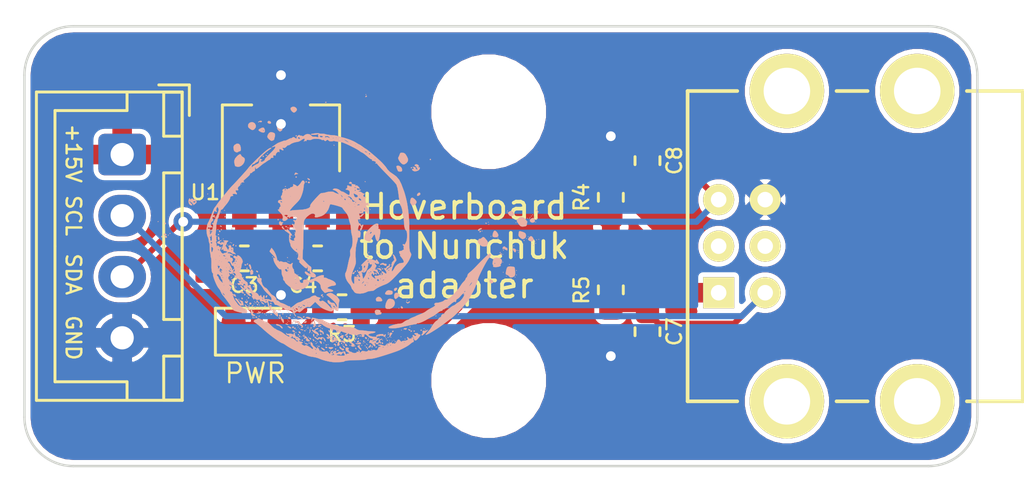
<source format=kicad_pcb>
(kicad_pcb (version 20171130) (host pcbnew "(6.0.0-rc1-dev-1-g01c5bdfb8)")
  (layers (0 F.Cu signal) (31 B.Cu signal) (34 B.Paste user) (35 F.Paste user) (36 B.SilkS user) (37 F.SilkS user) (38 B.Mask user) (39 F.Mask user) (44 Edge.Cuts user))
  (net 0 "")
  (net 1 VCC)
  (net 2 "Net-(P1-Pad3)")
  (net 3 "Net-(P1-Pad4)")
  (net 4 SDA)
  (net 5 GND)
  (net 6 SCL)
  (net 7 "Net-(D3-Pad2)")
  (net 8 VDD)
  (module MountingHole:MountingHole_4.3mm_M4 (layer F.Cu) (at 115 105.5)
    (fp_text reference H2 hide)
    (fp_text value MountingHole)
    (pad 1 np_thru_hole circle (at 0 0) (size 4.3 4.3) (drill 4.3) (layers *.Cu *.Mask))
  )
  (module MountingHole:MountingHole_4.3mm_M4 (layer F.Cu) (at 115 94.5)
    (fp_text reference H1 hide)
    (fp_text value MountingHole)
    (pad 1 np_thru_hole circle (at 0 0) (size 4.3 4.3) (drill 4.3) (layers *.Cu *.Mask))
  )
  (module Connector_JST:JST_XH_B04B-XH-A_1x04_P2.50mm_Vertical (layer F.Cu) (at 100 96.25 270)
    (fp_text reference J2 hide)
    (fp_text value Conn_01x04)
    (pad 1 thru_hole roundrect (at 0 0 270) (size 1.7 1.95) (drill 0.95) (layers *.Cu *.Mask) (roundrect_rratio 0.147059) (net 8 VDD))
    (pad 2 thru_hole oval (at 2.5 0 270) (size 1.7 1.95) (drill 0.95) (layers *.Cu *.Mask) (net 6 SCL))
    (pad 3 thru_hole oval (at 5 0 270) (size 1.7 1.95) (drill 0.95) (layers *.Cu *.Mask) (net 4 SDA))
    (pad 4 thru_hole oval (at 7.5 0 270) (size 1.7 1.95) (drill 0.95) (layers *.Cu *.Mask) (net 5 GND))
  )
  (module Package_TO_SOT_SMD:SOT-89-3_Handsoldering (layer F.Cu) (at 106.5 96 90)
    (fp_text reference U1 (at -1.8 -3.1 180) (layer F.SilkS) (effects (font (size 0.6 0.6) (thickness 0.1))))
    (fp_text value L7805SOT89)
    (pad 1 smd rect (at -1.98 -1.5) (size 1 2.5) (layers F.Cu F.Paste F.Mask) (net 8 VDD))
    (pad 2 smd rect (at -1.98 0) (size 1 2.5) (layers F.Cu F.Paste F.Mask) (net 5 GND))
    (pad 3 smd rect (at -1.98 1.5) (size 1 2.5) (layers F.Cu F.Paste F.Mask) (net 1 VCC))
    (pad 2 smd rect (at 1.98 0) (size 2 4) (layers F.Cu F.Paste F.Mask) (net 5 GND))
    (pad 2 smd trapezoid (at -0.37 0 180) (size 1.5 0.75) (rect_delta 0 0.5) (layers F.Cu F.Paste F.Mask) (net 5 GND))
  )
  (module Capacitor_SMD:C_0603_1608Metric (layer F.Cu) (at 121.5 96.5 90)
    (fp_text reference C8 (at 0 1.1 90) (layer F.SilkS) (effects (font (size 0.6 0.6) (thickness 0.1))))
    (fp_text value 10p)
    (pad 2 smd roundrect (at 0.7875 0 90) (size 0.875 0.95) (layers F.Cu F.Paste F.Mask) (net 5 GND))
    (pad 1 smd roundrect (at -0.7875 0 90) (size 0.875 0.95) (layers F.Cu F.Paste F.Mask) (net 4 SDA))
  )
  (module Capacitor_SMD:C_0603_1608Metric (layer F.Cu) (at 121.5 103.5 90)
    (fp_text reference C7 (at 0 1.1 90) (layer F.SilkS) (effects (font (size 0.6 0.6) (thickness 0.1))))
    (fp_text value 10p)
    (pad 1 smd roundrect (at -0.7875 0 90) (size 0.875 0.95) (layers F.Cu F.Paste F.Mask) (net 5 GND))
    (pad 2 smd roundrect (at 0.7875 0 90) (size 0.875 0.95) (layers F.Cu F.Paste F.Mask) (net 6 SCL))
  )
  (module Capacitor_SMD:C_0603_1608Metric (layer F.Cu) (at 108 100.5 180)
    (fp_text reference C4 (at 0.6 -1.1 180) (layer F.SilkS) (effects (font (size 0.6 0.6) (thickness 0.1))))
    (fp_text value 1uF)
    (pad 2 smd roundrect (at 0.7875 0 180) (size 0.875 0.95) (layers F.Cu F.Paste F.Mask) (net 5 GND))
    (pad 1 smd roundrect (at -0.7875 0 180) (size 0.875 0.95) (layers F.Cu F.Paste F.Mask) (net 1 VCC))
  )
  (module Capacitor_SMD:C_0603_1608Metric (layer F.Cu) (at 105 100.5)
    (fp_text reference C3 (at 0 1.1) (layer F.SilkS) (effects (font (size 0.6 0.6) (thickness 0.1))))
    (fp_text value 1uF)
    (pad 1 smd roundrect (at -0.7875 0) (size 0.875 0.95) (layers F.Cu F.Paste F.Mask) (net 8 VDD))
    (pad 2 smd roundrect (at 0.7875 0) (size 0.875 0.95) (layers F.Cu F.Paste F.Mask) (net 5 GND))
  )
  (module LED_SMD:LED_0805_2012Metric (layer F.Cu) (at 105.5 103.5)
    (fp_text reference D3 hide)
    (fp_text value LED)
    (pad 1 smd roundrect (at -0.9375 0) (size 0.975 1.4) (layers F.Cu F.Paste F.Mask) (net 5 GND))
    (pad 2 smd roundrect (at 0.9375 0) (size 0.975 1.4) (layers F.Cu F.Paste F.Mask) (net 7 "Net-(D3-Pad2)"))
  )
  (module Resistor_SMD:R_0603_1608Metric (layer F.Cu) (at 120 101.787501 270)
    (fp_text reference R5 (at 0.012499 1.2 270) (layer F.SilkS) (effects (font (size 0.6 0.6) (thickness 0.1))))
    (fp_text value 3k3)
    (pad 1 smd roundrect (at -0.7875 0 270) (size 0.875 0.95) (layers F.Cu F.Paste F.Mask) (net 1 VCC))
    (pad 2 smd roundrect (at 0.7875 0 270) (size 0.875 0.95) (layers F.Cu F.Paste F.Mask) (net 6 SCL))
  )
  (module Resistor_SMD:R_0603_1608Metric (layer F.Cu) (at 120 98 90)
    (fp_text reference R4 (at 0 -1.2 90) (layer F.SilkS) (effects (font (size 0.6 0.6) (thickness 0.1))))
    (fp_text value 3k3)
    (pad 2 smd roundrect (at 0.7875 0 90) (size 0.875 0.95) (layers F.Cu F.Paste F.Mask) (net 4 SDA))
    (pad 1 smd roundrect (at -0.7875 0 90) (size 0.875 0.95) (layers F.Cu F.Paste F.Mask) (net 1 VCC))
  )
  (module Resistor_SMD:R_0603_1608Metric (layer F.Cu) (at 109 102.5)
    (fp_text reference R3 (at 0 1.1) (layer F.SilkS) (effects (font (size 0.6 0.6) (thickness 0.1))))
    (fp_text value 220Ohm)
    (pad 1 smd roundrect (at -0.7875 0) (size 0.875 0.95) (layers F.Cu F.Paste F.Mask) (net 7 "Net-(D3-Pad2)"))
    (pad 2 smd roundrect (at 0.7875 0) (size 0.875 0.95) (layers F.Cu F.Paste F.Mask) (net 1 VCC))
  )
  (module otter:CONN_WII (layer F.Cu) (at 130 100 270)
    (fp_text reference P1 hide)
    (fp_text value CONN_WII hide)
    (pad 1 thru_hole rect (at 1.905 5.588 270) (size 1.27 1.27) (drill 0.635) (layers *.Cu *.Mask F.SilkS) (net 1 VCC))
    (pad 2 thru_hole circle (at 1.905 3.683 270) (size 1.27 1.27) (drill 0.635) (layers *.Cu *.Mask F.SilkS) (net 6 SCL))
    (pad 3 thru_hole circle (at 0 5.588 270) (size 1.27 1.27) (drill 0.635) (layers *.Cu *.Mask F.SilkS) (net 2 "Net-(P1-Pad3)"))
    (pad 4 thru_hole circle (at 0 3.683 270) (size 1.27 1.27) (drill 0.635) (layers *.Cu *.Mask F.SilkS) (net 3 "Net-(P1-Pad4)"))
    (pad 5 thru_hole circle (at -1.905 5.588 270) (size 1.27 1.27) (drill 0.635) (layers *.Cu *.Mask F.SilkS) (net 4 SDA))
    (pad 6 thru_hole circle (at -1.905 3.683 270) (size 1.27 1.27) (drill 0.635) (layers *.Cu *.Mask F.SilkS) (net 5 GND))
    (pad "" thru_hole circle (at 6.35 2.794 270) (size 3.048 3.048) (drill 1.905) (layers *.Cu *.Mask F.SilkS))
    (pad "" thru_hole circle (at -6.35 -2.54 270) (size 3.048 3.048) (drill 1.905) (layers *.Cu *.Mask F.SilkS))
    (pad "" thru_hole circle (at 6.35 -2.54 270) (size 3.048 3.048) (drill 1.905) (layers *.Cu *.Mask F.SilkS))
    (pad "" thru_hole circle (at -6.35 2.794 270) (size 3.048 3.048) (drill 1.905) (layers *.Cu *.Mask F.SilkS))
  )
  (module otter:otterimage_crop_13 (layer B.Cu) (at 109.4 99.2 135)
    (fp_text reference G*** hide)
    (fp_text value LOGO hide)
  )
  (gr_text "Hoverboard\nto Nunchuk\nadapter" (at 114 100) (layer F.SilkS) (effects (font (size 1 1))))
  (gr_text GND (at 98 103.75 270) (layer F.SilkS) (effects (font (size 0.6 0.6) (thickness 0.1))))
  (gr_text SDA (at 98 101.15 270) (layer F.SilkS) (effects (font (size 0.6 0.6) (thickness 0.1))))
  (gr_text SCL (at 98 98.75 270) (layer F.SilkS) (effects (font (size 0.6 0.6) (thickness 0.1))))
  (gr_text +15V (at 98 96.2 270) (layer F.SilkS) (effects (font (size 0.6 0.6) (thickness 0.1))))
  (gr_text PWR (at 105.45 105.2) (layer F.SilkS) (effects (font (size 0.8 0.8) (thickness 0.1))))
  (gr_arc (start 133 93) (end 135 93) (angle -90) (layer Edge.Cuts) (width 0.1))
  (gr_arc (start 133 107) (end 133 109) (angle -90) (layer Edge.Cuts) (width 0.1))
  (gr_arc (start 98 107) (end 96 107) (angle -90) (layer Edge.Cuts) (width 0.1))
  (gr_arc (start 98 93) (end 98 91) (angle -90) (layer Edge.Cuts) (width 0.1))
  (gr_line (start 135 107) (end 135 93) (layer Edge.Cuts) (width 0.1))
  (gr_line (start 98 109) (end 133 109) (layer Edge.Cuts) (width 0.1))
  (gr_line (start 96 93) (end 96 107) (layer Edge.Cuts) (width 0.1))
  (gr_line (start 133 91) (end 98 91) (layer Edge.Cuts) (width 0.1))
  (via (at 102.5 99) (size 0.8) (drill 0.4) (layers F.Cu B.Cu) (net 4))
  (segment (start 102.375 99) (end 102.5 99) (width 0.25) (layer F.Cu) (net 4))
  (segment (start 100 101.25) (end 100.125 101.25) (width 0.25) (layer F.Cu) (net 4))
  (segment (start 100.125 101.25) (end 102.375 99) (width 0.25) (layer F.Cu) (net 4))
  (segment (start 123.507 99) (end 124.412 98.095) (width 0.25) (layer B.Cu) (net 4))
  (segment (start 102.5 99) (end 123.507 99) (width 0.25) (layer B.Cu) (net 4))
  (segment (start 121.425 97.2125) (end 121.5 97.2875) (width 0.25) (layer F.Cu) (net 4))
  (segment (start 120 97.2125) (end 121.425 97.2125) (width 0.25) (layer F.Cu) (net 4))
  (segment (start 123.6045 97.2875) (end 124.412 98.095) (width 0.25) (layer F.Cu) (net 4))
  (segment (start 121.5 97.2875) (end 123.6045 97.2875) (width 0.25) (layer F.Cu) (net 4))
  (via (at 106.5 95) (size 0.8) (drill 0.4) (layers F.Cu B.Cu) (net 5))
  (via (at 106.5 93) (size 0.8) (drill 0.4) (layers F.Cu B.Cu) (net 5))
  (via (at 106.5 102) (size 0.8) (drill 0.4) (layers F.Cu B.Cu) (net 5))
  (via (at 120 104.5) (size 0.8) (drill 0.4) (layers F.Cu B.Cu) (net 5))
  (via (at 120 95.5) (size 0.8) (drill 0.4) (layers F.Cu B.Cu) (net 5))
  (segment (start 121.362501 102.575001) (end 121.5 102.7125) (width 0.25) (layer F.Cu) (net 6))
  (segment (start 120 102.575001) (end 121.362501 102.575001) (width 0.25) (layer F.Cu) (net 6))
  (segment (start 100.125 98.75) (end 104.240001 102.865001) (width 0.25) (layer B.Cu) (net 6))
  (segment (start 125.356999 102.865001) (end 125.682001 102.539999) (width 0.25) (layer B.Cu) (net 6))
  (segment (start 100 98.75) (end 100.125 98.75) (width 0.25) (layer B.Cu) (net 6))
  (segment (start 125.682001 102.539999) (end 126.317 101.905) (width 0.25) (layer B.Cu) (net 6))
  (segment (start 125.047888 103.174112) (end 121.961612 103.174112) (width 0.25) (layer F.Cu) (net 6))
  (segment (start 126.317 101.905) (end 125.047888 103.174112) (width 0.25) (layer F.Cu) (net 6))
  (segment (start 121.961612 103.174112) (end 121.5 102.7125) (width 0.25) (layer F.Cu) (net 6))
  (segment (start 104.240001 102.865001) (end 125.356999 102.865001) (width 0.25) (layer B.Cu) (net 6))
  (segment (start 107.2125 103.5) (end 108.2125 102.5) (width 0.25) (layer F.Cu) (net 7))
  (segment (start 106.4375 103.5) (end 107.2125 103.5) (width 0.25) (layer F.Cu) (net 7))
  (zone (net 8) (net_name VDD) (layer F.Cu) (priority 2) (connect_pads (clearance 0.254)) (min_thickness 0.254) (fill yes (arc_segments 32) (thermal_gap 0.254) (thermal_bridge_width 0.8) (smoothing fillet))
    (polygon (pts (xy 105 101.5) (xy 105 100) (xy 105.5 99.5) (xy 105.5 96.5) (xy 103.5 94.5) (xy 99 94.5) (xy 98.5 95) (xy 98.5 97) (xy 99 97.5) (xy 99.5 97.5) (xy 102.5 97.5) (xy 103 98) (xy 103 101.5)))
  )
  (zone (net 1) (net_name VCC) (layer F.Cu) (priority 2) (connect_pads (clearance 0.254)) (min_thickness 0.254) (fill yes (arc_segments 32) (thermal_gap 0.254) (thermal_bridge_width 0.8) (smoothing fillet))
    (polygon (pts (xy 108 100.5) (xy 108 100) (xy 107.5 99.5) (xy 107.5 96.5) (xy 108 96) (xy 112.5 96) (xy 114.5 98) (xy 120 98) (xy 123 101) (xy 125 101) (xy 125.5 101) (xy 125.5 102.5) (xy 125.5 103) (xy 122.5 103) (xy 121.5 102) (xy 120 102) (xy 114.5 102) (xy 112.5 104) (xy 109.5 104) (xy 109 103.5) (xy 109 102) (xy 108.5 101.5) (xy 108 101)))
  )
  (zone (net 5) (net_name GND) (layer F.Cu) (connect_pads (clearance 0.2)) (min_thickness 0.2) (fill yes (arc_segments 32) (thermal_gap 0.22) (thermal_bridge_width 0.8) (smoothing fillet))
    (polygon (pts (xy 95 90) (xy 95 110) (xy 135 110) (xy 135 90)))
  )
  (zone (net 5) (net_name GND) (layer B.Cu) (connect_pads (clearance 0.2)) (min_thickness 0.2) (fill yes (arc_segments 32) (thermal_gap 0.2) (thermal_bridge_width 0.8) (smoothing fillet))
    (polygon (pts (xy 95 90) (xy 95 110) (xy 135 110) (xy 135 90)))
  )
)
</source>
